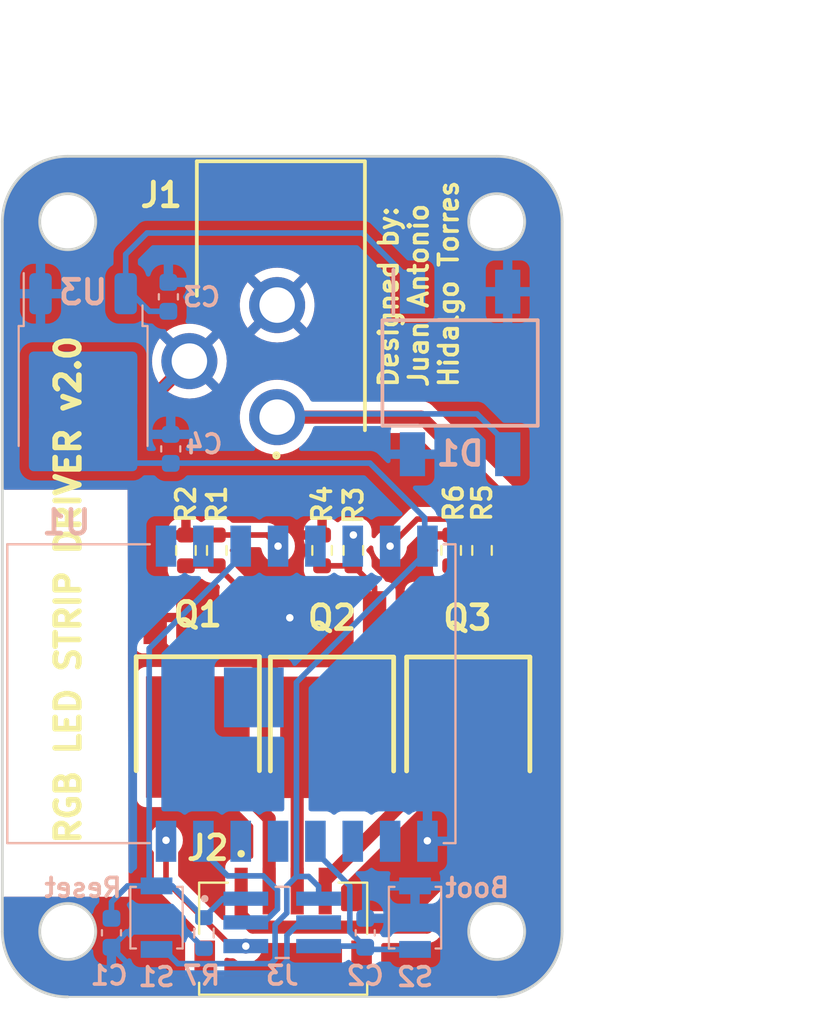
<source format=kicad_pcb>
(kicad_pcb (version 20221018) (generator pcbnew)
  (title_block (title "RGB LED STRIP DRIVER") (date "19/03/2024") (rev "v02") (company "PCB") (comment 1 "Edge Cuts") (comment 2 "Author: Juan Antonio Hidalgo Torres"))
  (layers (0 "F.Cu" signal) (31 "B.Cu" signal) (34 "B.Paste" user) (35 "F.Paste" user) (36 "B.SilkS" user "B.Silkscreen") (37 "F.SilkS" user "F.Silkscreen") (38 "B.Mask" user) (39 "F.Mask" user) (44 "Edge.Cuts" user))
  (net 0 "")
  (net 1 "EN")
  (net 2 "GND")
  (net 3 "IO0")
  (net 4 "Net-(D1-+)")
  (net 5 "VDD")
  (net 6 "PWR_IN")
  (net 7 "BLUE_OUT-")
  (net 8 "RED_OUT-")
  (net 9 "Net-(Q1-G)")
  (net 10 "Net-(Q2-G)")
  (net 11 "Net-(Q3-G)")
  (net 12 "GREEN_OUT-")
  (net 13 "unconnected-(U1-IO14-Pad5)")
  (net 14 "PWM_RED")
  (net 15 "PWM_BLUE")
  (net 16 "PWM_GREEN")
  (net 24 "TX")
  (net 25 "RX")
  (footprint "01_Footprints:FDD8880" (layer "F.Cu") (at 142.4178 106.76545 180)
    (fp_text reference "Q1" (at 0 6.56245) (layer "F.SilkS") (effects (font (size 1.27 1.27) (thickness 0.254) bold)))
    (fp_text value "DPAK3-CASE-369AS" hide)
    (fp_line (start -3.3 -1.8) (end -3.3 4.3) (stroke (width 0.254)) (layer "F.SilkS"))
    (fp_line (start -3.3 4.3) (end 3.3 4.3) (stroke (width 0.254)) (layer "F.SilkS"))
    (fp_line (start 3.3 4.3) (end 3.3 -1.8) (stroke (width 0.254)) (layer "F.SilkS"))
    (pad "1" smd rect (at -2.28 6.4 180) (size 1.25 2.85) (layers "F.Cu" "F.Paste" "F.Mask") (net 9 "Net-(Q1-G)"))
    (pad "2" smd rect (at 2.28 6.4 180) (size 1.25 2.85) (layers "F.Cu" "F.Paste" "F.Mask") (net 2 "GND"))
    (pad "3" smd rect (at 0 0 180) (size 5.55 6.5) (layers "F.Cu" "F.Paste" "F.Mask") (net 8 "RED_OUT-"))
  )
  (footprint "01_Footprints:S4B-ZR-SM4A-TF-LF" (layer "F.Cu") (at 146.9898 115.0112)
    (fp_text reference "J2" (at -4.0386 -2.3114) (layer "F.SilkS") (effects (font (size 1.27 1.27) (thickness 0.254) bold)))
    (fp_text value "S4B-ZR-SM4A")
    (fp_line (start -4.5 -0.45) (end -4.5 2.29) (stroke (width 0.127)) (layer "F.SilkS"))
    (fp_line (start -4.5 4.91) (end -4.5 5.55) (stroke (width 0.127)) (layer "F.SilkS"))
    (fp_line (start -4.5 5.55) (end 4.5 5.55) (stroke (width 0.127)) (layer "F.SilkS"))
    (fp_line (start -2.97 -0.45) (end -4.5 -0.45) (stroke (width 0.127)) (layer "F.SilkS"))
    (fp_line (start 2.97 -0.45) (end 4.5 -0.45) (stroke (width 0.127)) (layer "F.SilkS"))
    (fp_line (start 4.5 -0.45) (end 4.5 2.29) (stroke (width 0.127)) (layer "F.SilkS"))
    (fp_line (start 4.5 5.55) (end 4.5 4.91) (stroke (width 0.127)) (layer "F.SilkS"))
    (fp_circle (center -2.25 -2) (end -2.15 -2) (stroke (width 0.2)) (fill none) (layer "F.SilkS"))
    (pad "1" smd rect (at -2.25 0 90) (size 2.5 0.7) (layers "F.Cu" "F.Paste" "F.Mask") (net 6 "PWR_IN"))
    (pad "2" smd rect (at -0.75 0 90) (size 2.5 0.7) (layers "F.Cu" "F.Paste" "F.Mask") (net 8 "RED_OUT-"))
    (pad "3" smd rect (at 0.75 0 90) (size 2.5 0.7) (layers "F.Cu" "F.Paste" "F.Mask") (net 12 "GREEN_OUT-"))
    (pad "4" smd rect (at 2.25 0 90) (size 2.5 0.7) (layers "F.Cu" "F.Paste" "F.Mask") (net 7 "BLUE_OUT-"))
    (pad "S1" smd rect (at -4.2 3.6 90) (size 1.9 1.1) (layers "F.Cu" "F.Paste" "F.Mask"))
    (pad "S2" smd rect (at 4.2 3.6 90) (size 1.9 1.1) (layers "F.Cu" "F.Paste" "F.Mask"))
  )
  (footprint "01_Footprints:PJ-102AH" (layer "F.Cu") (at 142.367 86.6394)
    (fp_text reference "J1" (at -1.905 -8.89) (layer "F.SilkS") (effects (font (size 1.27 1.27) (thickness 0.254) bold)))
    (fp_text value "PJ-102A" hide)
    (fp_line (start 0 -10.7) (end 0 -3.5) (stroke (width 0.2)) (layer "F.SilkS"))
    (fp_line (start 9 -10.7) (end 0 -10.7) (stroke (width 0.2)) (layer "F.SilkS"))
    (fp_line (start 9 3.7) (end 9 -10.7) (stroke (width 0.2)) (layer "F.SilkS"))
    (fp_circle (center 4.261 5.051) (end 4.261 5.16985) (stroke (width 0.2)) (fill none) (layer "F.SilkS"))
    (pad "1" thru_hole circle (at 4.3 3) (size 3 3) (drill 1.9) (layers "*.Cu" "*.Mask") (net 6 "PWR_IN"))
    (pad "2" thru_hole circle (at 4.3 -3) (size 3 3) (drill 1.9) (layers "*.Cu" "*.Mask") (net 2 "GND"))
    (pad "3" thru_hole circle (at -0.4 0) (size 3 3) (drill 1.9) (layers "*.Cu" "*.Mask") (net 2 "GND"))
  )
  (footprint "Resistor_SMD:R_0603_1608Metric" (layer "F.Cu") (at 141.7828 96.774 -90)
    (fp_text reference "R2" (at -2.476 0 90) (layer "F.SilkS") (effects (font (thickness 0.2) bold)))
    (fp_text value "10kOhm")
    (fp_line (start -0.237258 -0.5225) (end 0.237258 -0.5225) (stroke (width 0.12)) (layer "F.SilkS"))
    (fp_line (start -0.237258 0.5225) (end 0.237258 0.5225) (stroke (width 0.12)) (layer "F.SilkS"))
    (pad "1" smd roundrect (at -0.825 0 270) (size 0.8 0.95) (layers "F.Cu" "F.Paste" "F.Mask") (net 2 "GND"))
    (pad "2" smd roundrect (at 0.825 0 270) (size 0.8 0.95) (layers "F.Cu" "F.Paste" "F.Mask") (net 9 "Net-(Q1-G)"))
  )
  (footprint "01_Footprints:FDD8880" (layer "F.Cu") (at 156.9018 106.7808 180)
    (fp_text reference "Q3" (at 0.0448 6.4) (layer "F.SilkS") (effects (font (size 1.27 1.27) (thickness 0.254))))
    (fp_text value "DPAK3-CASE-369AS" hide)
    (fp_line (start -3.3 -1.8) (end -3.3 4.3) (stroke (width 0.254)) (layer "F.SilkS"))
    (fp_line (start -3.3 4.3) (end 3.3 4.3) (stroke (width 0.254)) (layer "F.SilkS"))
    (fp_line (start 3.3 4.3) (end 3.3 -1.8) (stroke (width 0.254)) (layer "F.SilkS"))
    (pad "1" smd rect (at -2.28 6.4 180) (size 1.25 2.85) (layers "F.Cu" "F.Paste" "F.Mask") (net 11 "Net-(Q3-G)"))
    (pad "2" smd rect (at 2.28 6.4 180) (size 1.25 2.85) (layers "F.Cu" "F.Paste" "F.Mask") (net 2 "GND"))
    (pad "3" smd rect (at 0 0 180) (size 5.55 6.5) (layers "F.Cu" "F.Paste" "F.Mask") (net 7 "BLUE_OUT-"))
  )
  (footprint "Resistor_SMD:R_0603_1608Metric" (layer "F.Cu") (at 143.4338 96.774 -90)
    (fp_text reference "R1" (at -2.476 0 90) (layer "F.SilkS") (effects (font (thickness 0.2) bold)))
    (fp_text value "10kOhm")
    (fp_line (start -0.237258 -0.5225) (end 0.237258 -0.5225) (stroke (width 0.12)) (layer "F.SilkS"))
    (fp_line (start -0.237258 0.5225) (end 0.237258 0.5225) (stroke (width 0.12)) (layer "F.SilkS"))
    (pad "1" smd roundrect (at -0.825 0 270) (size 0.8 0.95) (layers "F.Cu" "F.Paste" "F.Mask") (net 14 "PWM_RED"))
    (pad "2" smd roundrect (at 0.825 0 270) (size 0.8 0.95) (layers "F.Cu" "F.Paste" "F.Mask") (net 9 "Net-(Q1-G)"))
  )
  (footprint "Resistor_SMD:R_0603_1608Metric" (layer "F.Cu") (at 149.0726 96.774 -90)
    (fp_text reference "R4" (at -2.477 0 90) (layer "F.SilkS") (effects (font (thickness 0.2) bold)))
    (fp_text value "10kOhm")
    (fp_line (start -0.237258 -0.5225) (end 0.237258 -0.5225) (stroke (width 0.12)) (layer "F.SilkS"))
    (fp_line (start -0.237258 0.5225) (end 0.237258 0.5225) (stroke (width 0.12)) (layer "F.SilkS"))
    (pad "1" smd roundrect (at -0.825 0 270) (size 0.8 0.95) (layers "F.Cu" "F.Paste" "F.Mask") (net 2 "GND"))
    (pad "2" smd roundrect (at 0.825 0 270) (size 0.8 0.95) (layers "F.Cu" "F.Paste" "F.Mask") (net 10 "Net-(Q2-G)"))
  )
  (footprint "Resistor_SMD:R_0603_1608Metric" (layer "F.Cu") (at 150.749 96.773 -90)
    (fp_text reference "R3" (at -2.413 0 90) (layer "F.SilkS") (effects (font (thickness 0.2) bold)))
    (fp_text value "10kOhm")
    (fp_line (start -0.237258 -0.5225) (end 0.237258 -0.5225) (stroke (width 0.12)) (layer "F.SilkS"))
    (fp_line (start -0.237258 0.5225) (end 0.237258 0.5225) (stroke (width 0.12)) (layer "F.SilkS"))
    (pad "1" smd roundrect (at -0.825 0 270) (size 0.8 0.95) (layers "F.Cu" "F.Paste" "F.Mask") (net 16 "PWM_GREEN"))
    (pad "2" smd roundrect (at 0.825 0 270) (size 0.8 0.95) (layers "F.Cu" "F.Paste" "F.Mask") (net 10 "Net-(Q2-G)"))
  )
  (footprint "Resistor_SMD:R_0603_1608Metric" (layer "F.Cu") (at 155.9874 96.7732 -90)
    (fp_text reference "R6" (at -2.54 -0.127 90) (layer "F.SilkS") (effects (font (thickness 0.2) bold)))
    (fp_text value "10kOhm")
    (fp_line (start -0.237258 -0.5225) (end 0.237258 -0.5225) (stroke (width 0.12)) (layer "F.SilkS"))
    (fp_line (start -0.237258 0.5225) (end 0.237258 0.5225) (stroke (width 0.12)) (layer "F.SilkS"))
    (pad "1" smd roundrect (at -0.825 0 270) (size 0.8 0.95) (layers "F.Cu" "F.Paste" "F.Mask") (net 2 "GND"))
    (pad "2" smd roundrect (at 0.825 0 270) (size 0.8 0.95) (layers "F.Cu" "F.Paste" "F.Mask") (net 11 "Net-(Q3-G)"))
  )
  (footprint "01_Footprints:FDD8880" (layer "F.Cu") (at 149.606 106.7816 180)
    (fp_text reference "Q2" (at 0 6.4) (layer "F.SilkS") (effects (font (size 1.27 1.27) (thickness 0.254) bold)))
    (fp_text value "DPAK3-CASE-369AS" hide)
    (fp_line (start -3.3 -1.8) (end -3.3 4.3) (stroke (width 0.254)) (layer "F.SilkS"))
    (fp_line (start -3.3 4.3) (end 3.3 4.3) (stroke (width 0.254)) (layer "F.SilkS"))
    (fp_line (start 3.3 4.3) (end 3.3 -1.8) (stroke (width 0.254)) (layer "F.SilkS"))
    (pad "1" smd rect (at -2.28 6.4 180) (size 1.25 2.85) (layers "F.Cu" "F.Paste" "F.Mask") (net 10 "Net-(Q2-G)"))
    (pad "2" smd rect (at 2.28 6.4 180) (size 1.25 2.85) (layers "F.Cu" "F.Paste" "F.Mask") (net 2 "GND"))
    (pad "3" smd rect (at 0 0 180) (size 5.55 6.5) (layers "F.Cu" "F.Paste" "F.Mask") (net 12 "GREEN_OUT-"))
  )
  (footprint "Resistor_SMD:R_0603_1608Metric" (layer "F.Cu") (at 157.6384 96.7732 -90)
    (fp_text reference "R5" (at -2.54 0 90) (layer "F.SilkS") (effects (font (thickness 0.2) bold)))
    (fp_text value "10kOhm")
    (fp_line (start -0.237258 -0.5225) (end 0.237258 -0.5225) (stroke (width 0.12)) (layer "F.SilkS"))
    (fp_line (start -0.237258 0.5225) (end 0.237258 0.5225) (stroke (width 0.12)) (layer "F.SilkS"))
    (pad "1" smd roundrect (at -0.825 0 270) (size 0.8 0.95) (layers "F.Cu" "F.Paste" "F.Mask") (net 15 "PWM_BLUE"))
    (pad "2" smd roundrect (at 0.825 0 270) (size 0.8 0.95) (layers "F.Cu" "F.Paste" "F.Mask") (net 11 "Net-(Q3-G)"))
  )
  (footprint "Button_Switch_SMD:SW_SPST_B3U-1000P" (layer "B.Cu") (at 140.208 116.4354 -90)
    (fp_text reference "S1" (at 3.175 0) (layer "B.SilkS") (effects (font (thickness 0.2) bold) (justify mirror)))
    (fp_text value "Enable")
    (fp_line (start -1.65 -1.4) (end 1.65 -1.4) (stroke (width 0.12)) (layer "B.SilkS"))
    (fp_line (start -1.65 -1.1) (end -1.65 -1.4) (stroke (width 0.12)) (layer "B.SilkS"))
    (fp_line (start -1.65 1.1) (end -1.65 1.4) (stroke (width 0.12)) (layer "B.SilkS"))
    (fp_line (start -1.65 1.4) (end 1.65 1.4) (stroke (width 0.12)) (layer "B.SilkS"))
    (fp_line (start 1.65 -1.4) (end 1.65 -1.1) (stroke (width 0.12)) (layer "B.SilkS"))
    (fp_line (start 1.65 1.4) (end 1.65 1.1) (stroke (width 0.12)) (layer "B.SilkS"))
    (pad "1" smd rect (at -1.7 0 270) (size 0.9 1.7) (layers "B.Cu" "B.Paste" "B.Mask") (net 1 "EN"))
    (pad "2" smd rect (at 1.7 0 270) (size 0.9 1.7) (layers "B.Cu" "B.Paste" "B.Mask") (net 5 "VDD"))
  )
  (footprint "Capacitor_SMD:C_0603_1608Metric" (layer "B.Cu") (at 140.97 91.3384 90)
    (fp_text reference "C4" (at 0.254 1.778 180) (layer "B.SilkS") (effects (font (thickness 0.2) bold) (justify mirror)))
    (fp_text value "1uF")
    (fp_line (start -0.14058 -0.51) (end 0.14058 -0.51) (stroke (width 0.12)) (layer "B.SilkS"))
    (fp_line (start -0.14058 0.51) (end 0.14058 0.51) (stroke (width 0.12)) (layer "B.SilkS"))
    (pad "1" smd roundrect (at -0.775 0 90) (size 0.9 0.95) (layers "B.Cu" "B.Paste" "B.Mask") (net 5 "VDD"))
    (pad "2" smd roundrect (at 0.775 0 90) (size 0.9 0.95) (layers "B.Cu" "B.Paste" "B.Mask") (net 2 "GND"))
  )
  (footprint "Resistor_SMD:R_0603_1608Metric" (layer "B.Cu") (at 142.748 117.2604 -90)
    (fp_text reference "R7" (at 2.272 0.127 180) (layer "B.SilkS") (effects (font (thickness 0.2) bold) (justify mirror)))
    (fp_text value "10kOhm")
    (fp_line (start -0.237258 -0.5225) (end 0.237258 -0.5225) (stroke (width 0.12)) (layer "B.SilkS"))
    (fp_line (start -0.237258 0.5225) (end 0.237258 0.5225) (stroke (width 0.12)) (layer "B.SilkS"))
    (pad "1" smd roundrect (at -0.825 0 270) (size 0.8 0.95) (layers "B.Cu" "B.Paste" "B.Mask") (net 1 "EN"))
    (pad "2" smd roundrect (at 0.825 0 270) (size 0.8 0.95) (layers "B.Cu" "B.Paste" "B.Mask") (net 2 "GND"))
  )
  (footprint "Capacitor_SMD:C_0603_1608Metric" (layer "B.Cu") (at 137.795 117.2464 -90)
    (fp_text reference "C1" (at 2.286 0.127 180) (layer "B.SilkS") (effects (font (thickness 0.2) bold) (justify mirror)))
    (fp_text value "100nF")
    (fp_line (start -0.14058 -0.51) (end 0.14058 -0.51) (stroke (width 0.12)) (layer "B.SilkS"))
    (fp_line (start -0.14058 0.51) (end 0.14058 0.51) (stroke (width 0.12)) (layer "B.SilkS"))
    (pad "1" smd roundrect (at -0.775 0 270) (size 0.9 0.95) (layers "B.Cu" "B.Paste" "B.Mask") (net 1 "EN"))
    (pad "2" smd roundrect (at 0.775 0 270) (size 0.9 0.95) (layers "B.Cu" "B.Paste" "B.Mask") (net 2 "GND"))
  )
  (footprint "01_Footprints:20021121-00006C1LF" (layer "B.Cu") (at 146.939 116.6894 -90)
    (fp_text reference "J3" (at 2.843 0 180) (layer "B.SilkS") (effects (font (thickness 0.2) bold) (justify mirror)))
    (fp_text value "AMPHENOL_20021121-00006C1LF" hide)
    (fp_line (start -1.905 0.35) (end -1.905 -0.35) (stroke (width 0.127)) (layer "B.SilkS"))
    (fp_line (start 1.905 0.35) (end 1.905 -0.35) (stroke (width 0.127)) (layer "B.SilkS"))
    (fp_circle (center -1.27 4.15) (end -1.17 4.15) (stroke (width 0.2)) (fill none) (layer "B.SilkS"))
    (pad "1" smd rect (at -1.27 1.95 270) (size 0.76 2.4) (layers "B.Cu" "B.Paste" "B.Mask") (net 1 "EN"))
    (pad "2" smd rect (at -1.27 -1.95 270) (size 0.76 2.4) (layers "B.Cu" "B.Paste" "B.Mask") (net 5 "VDD"))
    (pad "3" smd rect (at 0 1.95 270) (size 0.76 2.4) (layers "B.Cu" "B.Paste" "B.Mask") (net 24 "TX"))
    (pad "4" smd rect (at 0 -1.95 270) (size 0.76 2.4) (layers "B.Cu" "B.Paste" "B.Mask") (net 2 "GND"))
    (pad "5" smd rect (at 1.27 1.95 270) (size 0.76 2.4) (layers "B.Cu" "B.Paste" "B.Mask") (net 25 "RX"))
    (pad "6" smd rect (at 1.27 -1.95 270) (size 0.76 2.4) (layers "B.Cu" "B.Paste" "B.Mask") (net 3 "IO0"))
  )
  (footprint "01_Footprints:DF04S-E3_77" (layer "B.Cu") (at 156.464 87.2744 -90)
    (fp_text reference "D1" (at 4.318 0) (layer "B.SilkS") (effects (font (size 1.27 1.27) (thickness 0.254) bold) (justify mirror)))
    (fp_text value "DF04S-E3" hide)
    (fp_line (start -5.525 3.575) (end -3.175 3.575) (stroke (width 0.2)) (layer "B.SilkS"))
    (fp_line (start -2.825 -4.16) (end -2.825 4.16) (stroke (width 0.2)) (layer "B.SilkS"))
    (fp_line (start -2.825 4.16) (end 2.825 4.16) (stroke (width 0.2)) (layer "B.SilkS"))
    (fp_line (start 2.825 -4.16) (end -2.825 -4.16) (stroke (width 0.2)) (layer "B.SilkS"))
    (fp_line (start 2.825 4.16) (end 2.825 -4.16) (stroke (width 0.2)) (layer "B.SilkS"))
    (pad "1" smd rect (at -4.35 2.55 180) (size 1.35 2.35) (layers "B.Cu" "B.Paste" "B.Mask") (net 4 "Net-(D1-+)"))
    (pad "2" smd rect (at -4.35 -2.55 180) (size 1.35 2.35) (layers "B.Cu" "B.Paste" "B.Mask") (net 2 "GND"))
    (pad "3" smd rect (at 4.35 -2.55 180) (size 1.35 2.35) (layers "B.Cu" "B.Paste" "B.Mask") (net 6 "PWR_IN"))
    (pad "4" smd rect (at 4.35 2.55 180) (size 1.35 2.35) (layers "B.Cu" "B.Paste" "B.Mask") (net 2 "GND"))
  )
  (footprint "01_Footprints:ESP-12S" (layer "B.Cu") (at 144.216 104.4454 -90)
    (fp_text reference "U1" (at -9.17 8.834) (layer "B.SilkS") (effects (font (size 1.27 1.27) (thickness 0.254) bold) (justify mirror)))
    (fp_text value "MODULE_ESP-12S")
    (fp_line (start -8 -12) (end -8 -11.37) (stroke (width 0.127)) (layer "B.SilkS"))
    (fp_line (start -8 4.37) (end -8 12) (stroke (width 0.127)) (layer "B.SilkS"))
    (fp_line (start -8 12) (end 8 12) (stroke (width 0.127)) (layer "B.SilkS"))
    (fp_line (start 8 -12) (end -8 -12) (stroke (width 0.127)) (layer "B.SilkS"))
    (fp_line (start 8 -12) (end 8 -11.37) (stroke (width 0.127)) (layer "B.SilkS"))
    (fp_line (start 8 12) (end 8 4.37) (stroke (width 0.127)) (layer "B.SilkS"))
    (pad "1" smd rect (at -7.9 3.5 270) (size 2.2 1.1) (layers "B.Cu" "B.Paste" "B.Mask"))
    (pad "2" smd rect (at -7.9 1.5 270) (size 2.2 1.1) (layers "B.Cu" "B.Paste" "B.Mask"))
    (pad "3" smd rect (at -7.9 -0.5 270) (size 2.2 1.1) (layers "B.Cu" "B.Paste" "B.Mask") (net 1 "EN"))
    (pad "4" smd rect (at -7.9 -2.5 270) (size 2.2 1.1) (layers "B.Cu" "B.Paste" "B.Mask") (net 14 "PWM_RED"))
    (pad "5" smd rect (at -7.9 -4.5 270) (size 2.2 1.1) (layers "B.Cu" "B.Paste" "B.Mask") (net 13 "unconnected-(U1-IO14-Pad5)"))
    (pad "6" smd rect (at -7.9 -6.5 270) (size 2.2 1.1) (layers "B.Cu" "B.Paste" "B.Mask") (net 16 "PWM_GREEN"))
    (pad "7" smd rect (at -7.9 -8.5 270) (size 2.2 1.1) (layers "B.Cu" "B.Paste" "B.Mask") (net 15 "PWM_BLUE"))
    (pad "8" smd rect (at -7.9 -10.5 270) (size 2.2 1.1) (layers "B.Cu" "B.Paste" "B.Mask") (net 5 "VDD"))
    (pad "9" smd rect (at 7.9 -10.5 270) (size 2.2 1.1) (layers "B.Cu" "B.Paste" "B.Mask") (net 2 "GND"))
    (pad "10" smd rect (at 7.9 -8.5 270) (size 2.2 1.1) (layers "B.Cu" "B.Paste" "B.Mask"))
    (pad "11" smd rect (at 7.9 -6.5 270) (size 2.2 1.1) (layers "B.Cu" "B.Paste" "B.Mask"))
    (pad "12" smd rect (at 7.9 -4.5 270) (size 2.2 1.1) (layers "B.Cu" "B.Paste" "B.Mask") (net 3 "IO0"))
    (pad "13" smd rect (at 7.9 -2.5 270) (size 2.2 1.1) (layers "B.Cu" "B.Paste" "B.Mask"))
    (pad "14" smd rect (at 7.9 -0.5 270) (size 2.2 1.1) (layers "B.Cu" "B.Paste" "B.Mask"))
    (pad "15" smd rect (at 7.9 1.5 270) (size 2.2 1.1) (layers "B.Cu" "B.Paste" "B.Mask") (net 24 "TX"))
    (pad "16" smd rect (at 7.9 3.5 270) (size 2.2 1.1) (layers "B.Cu" "B.Paste" "B.Mask") (net 25 "RX"))
    (pad "17" smd rect (at 0.2 -1.2 270) (size 3.2 3.2) (layers "B.Cu" "B.Mask"))
    (zone (net 0) (net_name "") (layer "B.Cu") (connect_pads (clearance 0)) (min_thickness 0.01)
      (keepout (tracks not_allowed) (vias not_allowed) (pads not_allowed) (copperpour not_allowed) (footprints allowed))
      (fill (thermal_gap 0.508) (thermal_bridge_width 0.508))
      (polygon (pts (xy 138.316 96.4454) (xy 138.316 112.4454) (xy 132.216 112.4454) (xy 132.216 96.4454)))
    )
  )
  (footprint "Package_TO_SOT_SMD:TO-252-2" (layer "B.Cu") (at 136.277 88.0704 -90)
    (fp_text reference "U3" (at -5.114 -0.001 180) (layer "B.SilkS") (effects (font (size 1.27 1.27) (thickness 0.254) bold) (justify mirror)))
    (fp_text value "AMS1117CD-3.3")
    (fp_line (start -3.31 -3.45) (end -3.31 -3.18) (stroke (width 0.12)) (layer "B.SilkS"))
    (fp_line (start -3.31 -3.18) (end -4.41 -3.18) (stroke (width 0.12)) (layer "B.SilkS"))
    (fp_line (start -3.31 3.18) (end -6.14 3.18) (stroke (width 0.12)) (layer "B.SilkS"))
    (fp_line (start -3.31 3.45) (end -3.31 3.18) (stroke (width 0.12)) (layer "B.SilkS"))
    (fp_line (start 3.11 -3.45) (end -3.31 -3.45) (stroke (width 0.12)) (layer "B.SilkS"))
    (fp_line (start 3.11 3.45) (end -3.31 3.45) (stroke (width 0.12)) (layer "B.SilkS"))
    (pad "1" smd roundrect (at -5.04 2.28 270) (size 2.2 1.2) (layers "B.Cu" "B.Paste" "B.Mask") (roundrect_rratio 0.2083333333) (net 2 "GND"))
    (pad "2" smd roundrect (at -0.415 -1.525 270) (size 3.05 2.75) (layers "B.Cu" "B.Paste") (roundrect_rratio 0.09090909091) (net 5 "VDD"))
    (pad "2" smd roundrect (at -0.415 1.525 270) (size 3.05 2.75) (layers "B.Cu" "B.Paste") (roundrect_rratio 0.09090909091) (net 5 "VDD"))
    (pad "2" smd roundrect (at 1.26 0 270) (size 6.4 5.8) (layers "B.Cu" "B.Mask") (roundrect_rratio 0.04310293103) (net 5 "VDD"))
    (pad "2" smd roundrect (at 2.935 -1.525 270) (size 3.05 2.75) (layers "B.Cu" "B.Paste") (roundrect_rratio 0.09090909091) (net 5 "VDD"))
    (pad "2" smd roundrect (at 2.935 1.525 270) (size 3.05 2.75) (layers "B.Cu" "B.Paste") (roundrect_rratio 0.09090909091) (net 5 "VDD"))
    (pad "3" smd roundrect (at -5.04 -2.28 270) (size 2.2 1.2) (layers "B.Cu" "B.Paste" "B.Mask") (roundrect_rratio 0.2083333333) (net 4 "Net-(D1-+)"))
  )
  (footprint "Capacitor_SMD:C_0603_1608Metric" (layer "B.Cu") (at 140.843 83.1974 90)
    (fp_text reference "C3" (at -0.013 1.778 180) (layer "B.SilkS") (effects (font (thickness 0.2) bold) (justify mirror)))
    (fp_text value "1uF")
    (fp_line (start -0.14058 -0.51) (end 0.14058 -0.51) (stroke (width 0.12)) (layer "B.SilkS"))
    (fp_line (start -0.14058 0.51) (end 0.14058 0.51) (stroke (width 0.12)) (layer "B.SilkS"))
    (pad "1" smd roundrect (at -0.775 0 90) (size 0.9 0.95) (layers "B.Cu" "B.Paste" "B.Mask") (net 4 "Net-(D1-+)"))
    (pad "2" smd roundrect (at 0.775 0 90) (size 0.9 0.95) (layers "B.Cu" "B.Paste" "B.Mask") (net 2 "GND"))
  )
  (footprint "Button_Switch_SMD:SW_SPST_B3U-1000P" (layer "B.Cu") (at 154.051 116.4354 -90)
    (fp_text reference "S2" (at 3.175 0 180) (layer "B.SilkS") (effects (font (thickness 0.2) bold) (justify mirror)))
    (fp_text value "IO0")
    (fp_line (start -1.65 -1.4) (end 1.65 -1.4) (stroke (width 0.12)) (layer "B.SilkS"))
    (fp_line (start -1.65 -1.1) (end -1.65 -1.4) (stroke (width 0.12)) (layer "B.SilkS"))
    (fp_line (start -1.65 1.1) (end -1.65 1.4) (stroke (width 0.12)) (layer "B.SilkS"))
    (fp_line (start -1.65 1.4) (end 1.65 1.4) (stroke (width 0.12)) (layer "B.SilkS"))
    (fp_line (start 1.65 -1.4) (end 1.65 -1.1) (stroke (width 0.12)) (layer "B.SilkS"))
    (fp_line (start 1.65 1.4) (end 1.65 1.1) (stroke (width 0.12)) (layer "B.SilkS"))
    (pad "1" smd rect (at -1.7 0 270) (size 0.9 1.7) (layers "B.Cu" "B.Paste" "B.Mask") (net 2 "GND"))
    (pad "2" smd rect (at 1.7 0 270) (size 0.9 1.7) (layers "B.Cu" "B.Paste" "B.Mask") (net 3 "IO0"))
  )
  (footprint "Capacitor_SMD:C_0603_1608Metric" (layer "B.Cu") (at 151.384 117.2464 90)
    (fp_text reference "C2" (at -2.299 0 180) (layer "B.SilkS") (effects (font (thickness 0.2) bold) (justify mirror)))
    (fp_text value "100nF")
    (fp_line (start -0.14058 -0.51) (end 0.14058 -0.51) (stroke (width 0.12)) (layer "B.SilkS"))
    (fp_line (start -0.14058 0.51) (end 0.14058 0.51) (stroke (width 0.12)) (layer "B.SilkS"))
    (pad "1" smd roundrect (at -0.775 0 90) (size 0.9 0.95) (layers "B.Cu" "B.Paste" "B.Mask") (net 3 "IO0"))
    (pad "2" smd roundrect (at 0.775 0 90) (size 0.9 0.95) (layers "B.Cu" "B.Paste" "B.Mask") (net 2 "GND"))
  )
  (gr_arc (start 135.453 120.6754) (mid 132.978126 119.650274) (end 131.953 117.1754) (stroke (width 0.15)) (layer "Edge.Cuts"))
  (gr_circle (center 158.425 117.1754) (end 159.925 117.1754) (stroke (width 0.15)) (fill none) (layer "Edge.Cuts"))
  (gr_line (start 135.453 120.6754) (end 158.496 120.675398) (stroke (width 0.1)) (layer "Edge.Cuts"))
  (gr_arc (start 161.92572 117.1754) (mid 160.925359 119.625552) (end 158.496 120.675398) (stroke (width 0.15)) (layer "Edge.Cuts"))
  (gr_arc (start 158.425 75.675398) (mid 160.899875 76.700525) (end 161.925 79.1754) (stroke (width 0.15)) (layer "Edge.Cuts"))
  (gr_circle (center 158.425 79.175398) (end 159.925 79.175398) (stroke (width 0.15)) (fill none) (layer "Edge.Cuts"))
  (gr_line (start 131.953 79.1754) (end 131.953 117.1754) (stroke (width 0.15)) (layer "Edge.Cuts"))
  (gr_arc (start 131.953 79.1754) (mid 132.978126 76.700526) (end 135.453 75.675402) (stroke (width 0.15)) (layer "Edge.Cuts"))
  (gr_circle (center 135.452998 79.1754) (end 136.952998 79.1754) (stroke (width 0.15)) (fill none) (layer "Edge.Cuts"))
  (gr_line (start 161.92572 79.1754) (end 161.92572 117.1754) (stroke (width 0.15)) (layer "Edge.Cuts"))
  (gr_line (start 135.453 75.6754) (end 158.425 75.6754) (stroke (width 0.15)) (layer "Edge.Cuts"))
  (gr_circle (center 135.453 117.1754) (end 136.953 117.1754) (stroke (width 0.15)) (fill none) (layer "Edge.Cuts"))
  (gr_text "Boot" (at 159.2072 115.4176) (layer "B.SilkS") (effects (font (size 1 1) (thickness 0.2) bold) (justify left bottom mirror)))
  (gr_text "Reset" (at 138.4554 115.4176) (layer "B.SilkS") (effects (font (size 1 1) (thickness 0.2) bold) (justify left bottom mirror)))
  (gr_text "Designed by: \nJuan Antonio\nHidalgo Torres" (at 156.4386 88.138 90) (layer "F.SilkS") (effects (font (size 1 1) (thickness 0.2) bold) (justify left bottom)))
  (gr_text "RGB LED STRIP DRIVER v2.0" (at 136.2202 112.6236 90) (layer "F.SilkS") (effects (font (size 1.27 1.27) (thickness 0.3) bold) (justify left bottom)))
  (segment (start 138.655 114.7354) (end 140.208 114.7354) (width 0.3) (layer "B.Cu") (net 1))
  (segment (start 139.816 102.0174) (end 144.716 97.1174) (width 0.3) (layer "B.Cu") (net 1))
  (segment (start 144.716 97.1174) (end 144.716 96.5454) (width 0.3) (layer "B.Cu") (net 1))
  (segment (start 139.816 114.3434) (end 139.816 102.0174) (width 0.3) (layer "B.Cu") (net 1))
  (segment (start 137.795 115.5954) (end 138.655 114.7354) (width 0.3) (layer "B.Cu") (net 1))
  (segment (start 137.795 116.4714) (end 137.795 115.5954) (width 0.3) (layer "B.Cu") (net 1))
  (segment (start 141.048 114.7354) (end 142.748 116.4354) (width 0.3) (layer "B.Cu") (net 1))
  (segment (start 140.208 114.7354) (end 139.816 114.3434) (width 0.3) (layer "B.Cu") (net 1))
  (segment (start 140.208 114.7354) (end 141.048 114.7354) (width 0.3) (layer "B.Cu") (net 1))
  (segment (start 143.764 115.4194) (end 144.989 115.4194) (width 0.3) (layer "B.Cu") (net 1))
  (segment (start 142.748 116.4354) (end 143.764 115.4194) (width 0.3) (layer "B.Cu") (net 1))
  (segment (start 147.3454 101.6762) (end 148.336 102.6668) (width 0.7) (layer "F.Cu") (net 2))
  (segment (start 140.1378 100.36545) (end 140.1378 88.4686) (width 0.7) (layer "F.Cu") (net 2))
  (segment (start 146.3548 102.6414) (end 147.326 101.6702) (width 0.7) (layer "F.Cu") (net 2))
  (segment (start 141.1478 102.6414) (end 146.3548 102.6414) (width 0.7) (layer "F.Cu") (net 2))
  (segment (start 140.1378 100.36545) (end 140.1378 101.6314) (width 0.7) (layer "F.Cu") (net 2))
  (segment (start 155.9874 95.9482) (end 155.9869 95.9482) (width 0.3) (layer "F.Cu") (net 2))
  (segment (start 154.6412 100.3614) (end 154.6218 100.3808) (width 0.3) (layer "F.Cu") (net 2))
  (segment (start 148.336 102.6668) (end 153.6192 102.6668) (width 0.7) (layer "F.Cu") (net 2))
  (segment (start 147.3454 100.3808) (end 147.3454 101.6762) (width 0.7) (layer "F.Cu") (net 2))
  (segment (start 147.326 101.6702) (end 147.326 100.3816) (width 0.7) (layer "F.Cu") (net 2))
  (segment (start 140.1378 88.4686) (end 141.967 86.6394) (width 0.7) (layer "F.Cu") (net 2))
  (segment (start 140.1378 101.6314) (end 141.1478 102.6414) (width 0.7) (layer "F.Cu") (net 2))
  (segment (start 153.6192 102.6668) (end 154.6218 101.6642) (width 0.7) (layer "F.Cu") (net 2))
  (segment (start 154.6218 101.6642) (end 154.6218 100.3808) (width 0.7) (layer "F.Cu") (net 2))
  (via (at 147.3454 100.3808) (size 0.8) (drill 0.4) (layers "F.Cu" "B.Cu") (net 2))
  (via (at 154.7114 112.3188) (size 0.8) (drill 0.4) (layers "F.Cu" "B.Cu") (net 2))
  (segment (start 137.923 118.0214) (end 137.795 118.0214) (width 0.7) (layer "B.Cu") (net 2))
  (segment (start 147.193 117.3754) (end 147.193 118.742506) (width 0.3) (layer "B.Cu") (net 2))
  (segment (start 148.889 116.6894) (end 147.879 116.6894) (width 0.3) (layer "B.Cu") (net 2))
  (segment (start 139.179 119.4054) (end 137.795 118.0214) (width 0.3) (layer "B.Cu") (net 2))
  (segment (start 147.193 118.742506) (end 146.530106 119.4054) (width 0.3) (layer "B.Cu") (net 2))
  (segment (start 141.8582 117.1956) (end 138.6208 117.1956) (width 0.3) (layer "B.Cu") (net 2))
  (segment (start 142.748 118.0854) (end 141.8582 117.1956) (width 0.3) (layer "B.Cu") (net 2))
  (segment (start 138.6208 117.1956) (end 137.795 118.0214) (width 0.3) (layer "B.Cu") (net 2))
  (segment (start 147.879 116.6894) (end 147.193 117.3754) (width 0.3) (layer "B.Cu") (net 2))
  (segment (start 146.530106 119.4054) (end 139.179 119.4054) (width 0.3) (layer "B.Cu") (net 2))
  (segment (start 150.559 117.1964) (end 151.384 118.0214) (width 0.3) (layer "B.Cu") (net 3))
  (segment (start 148.716 112.3454) (end 148.716 112.8954) (width 0.3) (layer "B.Cu") (net 3))
  (segment (start 151.322 117.9594) (end 151.384 118.0214) (width 0.3) (layer "B.Cu") (net 3))
  (segment (start 148.716 112.8954) (end 150.559 114.7384) (width 0.3) (layer "B.Cu") (net 3))
  (segment (start 150.559 114.7384) (end 150.559 117.1964) (width 0.3) (layer "B.Cu") (net 3))
  (segment (start 151.498 118.1354) (end 151.384 118.0214) (width 0.3) (layer "B.Cu") (net 3))
  (segment (start 148.889 117.9594) (end 151.322 117.9594) (width 0.3) (layer "B.Cu") (net 3))
  (segment (start 154.051 118.1354) (end 151.498 118.1354) (width 0.3) (layer "B.Cu") (net 3))
  (segment (start 138.557 80.9244) (end 138.557 83.0304) (width 0.3) (layer "B.Cu") (net 4))
  (segment (start 153.914 82.9244) (end 153.914 82.4384) (width 0.3) (layer "B.Cu") (net 4))
  (segment (start 138.885 83.0304) (end 138.557 83.0304) (width 0.3) (layer "B.Cu") (net 4))
  (segment (start 140.843 83.9724) (end 139.827 83.9724) (width 0.3) (layer "B.Cu") (net 4))
  (segment (start 153.914 82.4384) (end 151.257 79.7814) (width 0.3) (layer "B.Cu") (net 4))
  (segment (start 139.827 83.9724) (end 138.885 83.0304) (width 0.3) (layer "B.Cu") (net 4))
  (segment (start 151.257 79.7814) (end 139.7 79.7814) (width 0.3) (layer "B.Cu") (net 4))
  (segment (start 139.7 79.7814) (end 138.557 80.9244) (width 0.3) (layer "B.Cu") (net 4))
  (segment (start 151.638 92.1004) (end 138.897 92.1004) (width 0.3) (layer "B.Cu") (net 5))
  (segment (start 154.5696 95.1776) (end 154.5696 95.032) (width 0.3) (layer "B.Cu") (net 5))
  (segment (start 148.3525 114.2314) (end 147.701 114.2314) (width 0.3) (layer "B.Cu") (net 5))
  (segment (start 147.701 103.8374) (end 154.716 96.8224) (width 0.3) (layer "B.Cu") (net 5))
  (segment (start 141.351 118.8974) (end 146.331 118.8974) (width 0.3) (layer "B.Cu") (net 5))
  (segment (start 147.185 116.183506) (end 147.185 114.753293) (width 0.3) (layer "B.Cu") (net 5))
  (segment (start 146.331 118.8974) (end 146.558 118.6704) (width 0.3) (layer "B.Cu") (net 5))
  (segment (start 147.182054 114.750346) (end 147.701 114.2314) (width 0.3) (layer "B.Cu") (net 5))
  (segment (start 146.558 118.6704) (end 146.558 116.810506) (width 0.3) (layer "B.Cu") (net 5))
  (segment (start 147.185 114.753293) (end 147.182054 114.750346) (width 0.3) (layer "B.Cu") (net 5))
  (segment (start 148.889 114.7679) (end 148.3525 114.2314) (width 0.3) (layer "B.Cu") (net 5))
  (segment (start 140.208 118.1354) (end 140.589 118.1354) (width 0.3) (layer "B.Cu") (net 5))
  (segment (start 148.889 115.4194) (end 148.889 114.7679) (width 0.3) (layer "B.Cu") (net 5))
  (segment (start 140.589 118.1354) (end 141.351 118.8974) (width 0.3) (layer "B.Cu") (net 5))
  (segment (start 154.5696 96.8216) (end 154.5696 96.5446) (width 0.3) (layer "B.Cu") (net 5))
  (segment (start 147.701 114.2314) (end 147.701 103.8374) (width 0.3) (layer "B.Cu") (net 5))
  (segment (start 138.897 92.1004) (end 137.802 91.0054) (width 0.3) (layer "B.Cu") (net 5))
  (segment (start 146.558 116.810506) (end 147.185 116.183506) (width 0.3) (layer "B.Cu") (net 5))
  (segment (start 154.5696 95.032) (end 151.638 92.1004) (width 0.3) (layer "B.Cu") (net 5))
  (segment (start 154.5696 96.5446) (end 154.5696 95.1776) (width 0.3) (layer "B.Cu") (net 5))
  (segment (start 160.9598 110.6678) (end 160.9598 96.2152) (width 0.7) (layer "F.Cu") (net 6))
  (segment (start 144.7398 116.3128) (end 145.3686 116.9416) (width 0.7) (layer "F.Cu") (net 6))
  (segment (start 144.7398 115.0112) (end 144.7398 116.3128) (width 0.7) (layer "F.Cu") (net 6))
  (segment (start 160.9598 96.2152) (end 154.384 89.6394) (width 0.7) (layer "F.Cu") (net 6))
  (segment (start 145.3686 116.9416) (end 154.686 116.9416) (width 0.7) (layer "F.Cu") (net 6))
  (segment (start 154.686 116.9416) (end 160.9598 110.6678) (width 0.7) (layer "F.Cu") (net 6))
  (segment (start 146.842 89.4644) (end 146.667 89.6394) (width 0.7) (layer "F.Cu") (net 6))
  (segment (start 154.384 89.6394) (end 146.667 89.6394) (width 0.7) (layer "F.Cu") (net 6))
  (segment (start 157.373 89.4644) (end 146.842 89.4644) (width 0.3) (layer "B.Cu") (net 6))
  (segment (start 159.014 91.1054) (end 157.373 89.4644) (width 0.3) (layer "B.Cu") (net 6))
  (segment (start 159.014 91.6244) (end 159.014 91.1054) (width 0.3) (layer "B.Cu") (net 6))
  (segment (start 146.842 89.4644) (end 146.667 89.6394) (width 0.3) (layer "B.Cu") (net 6))
  (segment (start 149.2398 114.4428) (end 156.9018 106.7808) (width 0.7) (layer "F.Cu") (net 7))
  (segment (start 149.2398 115.0112) (end 149.2398 114.4428) (width 0.7) (layer "F.Cu") (net 7))
  (segment (start 146.2398 111.128925) (end 146.2398 115.0112) (width 0.7) (layer "F.Cu") (net 8))
  (segment (start 142.4178 106.76545) (end 142.4178 107.306925) (width 0.7) (layer "F.Cu") (net 8))
  (segment (start 142.4178 107.306925) (end 146.2398 111.128925) (width 0.7) (layer "F.Cu") (net 8))
  (segment (start 144.6978 98.863) (end 144.6978 100.36545) (width 0.3) (layer "F.Cu") (net 9))
  (segment (start 141.7828 97.599) (end 143.4338 97.599) (width 0.3) (layer "F.Cu") (net 9))
  (segment (start 143.4338 97.599) (end 144.6978 98.863) (width 0.3) (layer "F.Cu") (net 9))
  (segment (start 150.749 97.598) (end 151.886 98.735) (width 0.3) (layer "F.Cu") (net 10))
  (segment (start 151.886 98.735) (end 151.886 99.116) (width 0.3) (layer "F.Cu") (net 10))
  (segment (start 149.0726 97.599) (end 150.367 97.599) (width 0.3) (layer "F.Cu") (net 10))
  (segment (start 157.6384 97.5982) (end 159.1818 99.1416) (width 0.3) (layer "F.Cu") (net 11))
  (segment (start 159.1818 99.1416) (end 159.1818 100.3808) (width 0.3) (layer "F.Cu") (net 11))
  (segment (start 155.9874 97.5982) (end 157.6384 97.5982) (width 0.3) (layer "F.Cu") (net 11))
  (segment (start 147.7398 108.6478) (end 147.7398 115.0112) (width 0.7) (layer "F.Cu") (net 12))
  (segment (start 149.606 106.7816) (end 147.7398 108.6478) (width 0.7) (layer "F.Cu") (net 12))
  (segment (start 148.716 96.0364) (end 148.716 96.5454) (width 0.3) (layer "B.Cu") (net 13))
  (segment (start 146.1196 95.949) (end 146.716 96.5454) (width 0.3) (layer "F.Cu") (net 14))
  (segment (start 143.4338 95.949) (end 146.1196 95.949) (width 0.3) (layer "F.Cu") (net 14))
  (via (at 146.716 96.5454) (size 0.8) (drill 0.4) (layers "F.Cu" "B.Cu") (net 14))
  (segment (start 156.7878 95.0976) (end 154.1638 95.0976) (width 0.3) (layer "F.Cu") (net 15))
  (segment (start 157.6384 95.9482) (end 156.7878 95.0976) (width 0.3) (layer "F.Cu") (net 15))
  (segment (start 154.1638 95.0976) (end 152.716 96.5454) (width 0.3) (layer "F.Cu") (net 15))
  (via (at 152.716 96.5454) (size 0.8) (drill 0.4) (layers "F.Cu" "B.Cu") (net 15))
  (via (at 150.749 95.948) (size 0.8) (drill 0.4) (layers "F.Cu" "B.Cu") (net 16))
  (segment (start 150.716 96.1954) (end 150.716 95.981) (width 0.3) (layer "B.Cu") (net 16))
  (segment (start 150.716 95.981) (end 150.716 96.5454) (width 0.3) (layer "B.Cu") (net 16))
  (segment (start 150.749 95.948) (end 150.716 95.981) (width 0.3) (layer "B.Cu") (net 16))
  (segment (start 145.923 114.1984) (end 144.018 114.1984) (width 0.3) (layer "B.Cu") (net 24))
  (segment (start 146.685 115.9764) (end 146.685 114.9604) (width 0.3) (layer "B.Cu") (net 24))
  (segment (start 142.716 112.8964) (end 142.716 112.3454) (width 0.3) (layer "B.Cu") (net 24))
  (segment (start 146.685 114.9604) (end 145.923 114.1984) (width 0.3) (layer "B.Cu") (net 24))
  (segment (start 145.972 116.6894) (end 146.685 115.9764) (width 0.3) (layer "B.Cu") (net 24))
  (segment (start 144.018 114.1984) (end 142.716 112.8964) (width 0.3) (layer "B.Cu") (net 24))
  (segment (start 144.989 116.6894) (end 145.972 116.6894) (width 0.3) (layer "B.Cu") (net 24))
  (segment (start 144.1976 117.9594) (end 140.716 114.4778) (width 0.3) (layer "F.Cu") (net 25))
  (segment (start 144.989 117.9594) (end 144.1976 117.9594) (width 0.3) (layer "F.Cu") (net 25))
  (segment (start 140.716 114.4778) (end 140.716 112.2934) (width 0.3) (layer "F.Cu") (net 25))
  (via (at 144.989 117.9594) (size 0.8) (drill 0.4) (layers "F.Cu" "B.Cu") (net 25))
  (via (at 140.716 112.2934) (size 0.8) (drill 0.4) (layers "F.Cu" "B.Cu") (net 25))
  (segment (start 144.989 117.9594) (end 143.969 117.9594) (width 0.3) (layer "B.Cu") (net 25))
  (zone (net 2) (net_name "GND") (layers "F&B.Cu") (connect_pads (clearance 0.5)) (min_thickness 0.25) (fill yes (thermal_gap 0.5) (thermal_bridge_width 0.5))
    (polygon (pts (xy 131.8514 115.316) (xy 138.7094 115.316) (xy 138.6586 93.5228) (xy 131.8514 93.5228) (xy 131.826 75.5904) (xy 162.052 75.5904) (xy 162.052 120.8024) (xy 131.826 120.8024)))
  )
)
</source>
